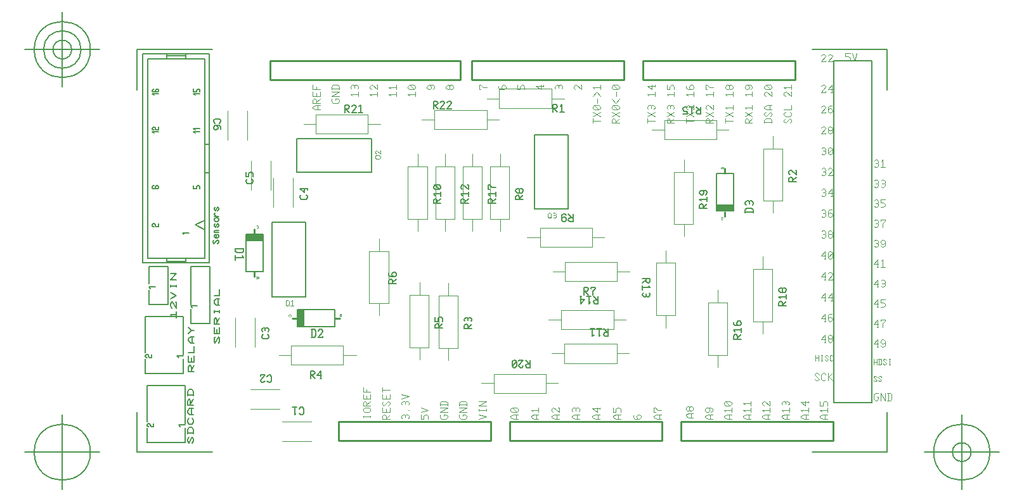
<source format=gbr>
G04 Generated by Ultiboard 14.0 *
%FSLAX34Y34*%
%MOMM*%

%ADD10C,0.0001*%
%ADD11C,0.0933*%
%ADD12C,0.0667*%
%ADD13C,0.1778*%
%ADD14C,0.2540*%
%ADD15C,0.1500*%
%ADD16C,0.2032*%
%ADD17C,0.1000*%
%ADD18C,0.0556*%
%ADD19C,0.1129*%
%ADD20C,0.2000*%
%ADD21C,0.1556*%
%ADD22C,0.1270*%


G04 ColorRGB FFFF00 for the following layer *
%LNSilkscreen Top*%
%LPD*%
G54D10*
G54D11*
X419668Y486448D02*
X419668Y484457D01*
X417668Y482466D01*
X415668Y482466D01*
X414668Y483461D01*
X413668Y482466D01*
X411668Y482466D01*
X409668Y484457D01*
X409668Y486448D01*
X411668Y488439D01*
X413668Y488439D01*
X414668Y487443D01*
X415668Y488439D01*
X417668Y488439D01*
X419668Y486448D01*
X414668Y483461D02*
X414668Y487443D01*
X392251Y482466D02*
X394251Y484457D01*
X394251Y486448D01*
X392251Y488439D01*
X388251Y488439D01*
X386251Y488439D01*
X384251Y486448D01*
X384251Y484457D01*
X386251Y482466D01*
X388251Y482466D01*
X390251Y484457D01*
X390251Y486448D01*
X388251Y488439D01*
X360833Y474501D02*
X358833Y476492D01*
X368833Y476492D01*
X368833Y473506D02*
X368833Y479479D01*
X360833Y482466D02*
X358833Y484457D01*
X358833Y486448D01*
X360833Y488439D01*
X366833Y488439D01*
X368833Y486448D01*
X368833Y484457D01*
X366833Y482466D01*
X360833Y482466D01*
X360833Y488439D02*
X366833Y482466D01*
X335415Y474501D02*
X333415Y476492D01*
X343415Y476492D01*
X343415Y473506D02*
X343415Y479479D01*
X335415Y483461D02*
X333415Y485452D01*
X343415Y485452D01*
X343415Y482466D02*
X343415Y488439D01*
X309997Y474501D02*
X307997Y476492D01*
X317997Y476492D01*
X317997Y473506D02*
X317997Y479479D01*
X309997Y482466D02*
X307997Y484457D01*
X307997Y486448D01*
X309997Y488439D01*
X310997Y488439D01*
X317997Y482466D01*
X317997Y488439D01*
X316997Y488439D01*
X284580Y474501D02*
X282580Y476492D01*
X292580Y476492D01*
X292580Y473506D02*
X292580Y479479D01*
X283580Y483461D02*
X282580Y484457D01*
X282580Y486448D01*
X284580Y488439D01*
X286580Y488439D01*
X287580Y487443D01*
X288580Y488439D01*
X290580Y488439D01*
X292580Y486448D01*
X292580Y484457D01*
X291580Y483461D01*
X287580Y484457D02*
X287580Y487443D01*
X262162Y468528D02*
X262162Y470519D01*
X265162Y470519D01*
X267162Y468528D01*
X267162Y466537D01*
X265162Y464546D01*
X259162Y464546D01*
X257162Y466537D01*
X257162Y470519D01*
X267162Y473506D02*
X257162Y473506D01*
X267162Y479479D01*
X257162Y479479D01*
X267162Y482466D02*
X267162Y486448D01*
X265162Y488439D01*
X259162Y488439D01*
X257162Y486448D01*
X257162Y482466D01*
X257162Y483461D02*
X267162Y483461D01*
X241744Y455586D02*
X235744Y455586D01*
X231744Y457577D01*
X231744Y459568D01*
X235744Y461559D01*
X241744Y461559D01*
X238744Y455586D02*
X238744Y461559D01*
X241744Y464546D02*
X231744Y464546D01*
X231744Y468528D01*
X233744Y470519D01*
X234744Y470519D01*
X236744Y468528D01*
X236744Y464546D01*
X236744Y465541D02*
X241744Y470519D01*
X241744Y479479D02*
X241744Y473506D01*
X236744Y473506D01*
X231744Y473506D01*
X231744Y479479D01*
X236744Y473506D02*
X236744Y477488D01*
X241744Y482466D02*
X231744Y482466D01*
X231744Y488439D01*
X236744Y482466D02*
X236744Y486448D01*
X464390Y485452D02*
X459390Y485452D01*
X456390Y488439D01*
X454390Y488439D01*
X454390Y482466D01*
X456390Y482466D01*
X688530Y440652D02*
X678530Y440652D01*
X678530Y437666D02*
X678530Y443639D01*
X678530Y446626D02*
X688530Y452599D01*
X688530Y446626D02*
X678530Y452599D01*
X679530Y456581D02*
X678530Y457577D01*
X678530Y459568D01*
X680530Y461559D01*
X682530Y461559D01*
X683530Y460563D01*
X684530Y461559D01*
X686530Y461559D01*
X688530Y459568D01*
X688530Y457577D01*
X687530Y456581D01*
X683530Y457577D02*
X683530Y460563D01*
X680530Y474501D02*
X678530Y476492D01*
X688530Y476492D01*
X688530Y473506D02*
X688530Y479479D01*
X684530Y488439D02*
X684530Y482466D01*
X678530Y487443D01*
X688530Y487443D01*
X688530Y486448D02*
X688530Y488439D01*
X479625Y487443D02*
X479625Y484457D01*
X481625Y482466D01*
X485625Y482466D01*
X487625Y482466D01*
X489625Y484457D01*
X489625Y486448D01*
X487625Y488439D01*
X485625Y488439D01*
X483625Y486448D01*
X483625Y484457D01*
X485625Y482466D01*
X504859Y488439D02*
X504859Y482466D01*
X508859Y482466D01*
X508859Y486448D01*
X510859Y488439D01*
X512859Y488439D01*
X514859Y486448D01*
X514859Y482466D01*
X536094Y488439D02*
X536094Y482466D01*
X530094Y487443D01*
X540094Y487443D01*
X540094Y486448D02*
X540094Y488439D01*
X556328Y483461D02*
X555328Y484457D01*
X555328Y486448D01*
X557328Y488439D01*
X559328Y488439D01*
X560328Y487443D01*
X561328Y488439D01*
X563328Y488439D01*
X565328Y486448D01*
X565328Y484457D01*
X564328Y483461D01*
X560328Y484457D02*
X560328Y487443D01*
X582563Y482466D02*
X580563Y484457D01*
X580563Y486448D01*
X582563Y488439D01*
X583563Y488439D01*
X590563Y482466D01*
X590563Y488439D01*
X589563Y488439D01*
X615797Y440652D02*
X605797Y440652D01*
X605797Y437666D02*
X605797Y443639D01*
X605797Y446626D02*
X615797Y452599D01*
X615797Y446626D02*
X605797Y452599D01*
X607797Y455586D02*
X605797Y457577D01*
X605797Y459568D01*
X607797Y461559D01*
X613797Y461559D01*
X615797Y459568D01*
X615797Y457577D01*
X613797Y455586D01*
X607797Y455586D01*
X607797Y461559D02*
X613797Y455586D01*
X611797Y464546D02*
X611797Y470519D01*
X615797Y473506D02*
X610797Y479479D01*
X605797Y473506D01*
X607797Y483461D02*
X605797Y485452D01*
X615797Y485452D01*
X615797Y482466D02*
X615797Y488439D01*
X641032Y437666D02*
X631032Y437666D01*
X631032Y441648D01*
X633032Y443639D01*
X634032Y443639D01*
X636032Y441648D01*
X636032Y437666D01*
X636032Y438661D02*
X641032Y443639D01*
X631032Y446626D02*
X641032Y452599D01*
X641032Y446626D02*
X631032Y452599D01*
X633032Y455586D02*
X631032Y457577D01*
X631032Y459568D01*
X633032Y461559D01*
X639032Y461559D01*
X641032Y459568D01*
X641032Y457577D01*
X639032Y455586D01*
X633032Y455586D01*
X633032Y461559D02*
X639032Y455586D01*
X631032Y470519D02*
X636032Y464546D01*
X641032Y470519D01*
X637032Y473506D02*
X637032Y479479D01*
X633032Y482466D02*
X631032Y484457D01*
X631032Y486448D01*
X633032Y488439D01*
X639032Y488439D01*
X641032Y486448D01*
X641032Y484457D01*
X639032Y482466D01*
X633032Y482466D01*
X633032Y488439D02*
X639032Y482466D01*
X714583Y437666D02*
X704583Y437666D01*
X704583Y441648D01*
X706583Y443639D01*
X707583Y443639D01*
X709583Y441648D01*
X709583Y437666D01*
X709583Y438661D02*
X714583Y443639D01*
X704583Y446626D02*
X714583Y452599D01*
X714583Y446626D02*
X704583Y452599D01*
X705583Y456581D02*
X704583Y457577D01*
X704583Y459568D01*
X706583Y461559D01*
X708583Y461559D01*
X709583Y460563D01*
X710583Y461559D01*
X712583Y461559D01*
X714583Y459568D01*
X714583Y457577D01*
X713583Y456581D01*
X709583Y457577D02*
X709583Y460563D01*
X706583Y474501D02*
X704583Y476492D01*
X714583Y476492D01*
X714583Y473506D02*
X714583Y479479D01*
X704583Y488439D02*
X704583Y482466D01*
X708583Y482466D01*
X708583Y486448D01*
X710583Y488439D01*
X712583Y488439D01*
X714583Y486448D01*
X714583Y482466D01*
X740636Y440652D02*
X730636Y440652D01*
X730636Y437666D02*
X730636Y443639D01*
X730636Y446626D02*
X740636Y452599D01*
X740636Y446626D02*
X730636Y452599D01*
X732636Y455586D02*
X730636Y457577D01*
X730636Y459568D01*
X732636Y461559D01*
X733636Y461559D01*
X740636Y455586D01*
X740636Y461559D01*
X739636Y461559D01*
X732636Y474501D02*
X730636Y476492D01*
X740636Y476492D01*
X740636Y473506D02*
X740636Y479479D01*
X730636Y487443D02*
X730636Y484457D01*
X732636Y482466D01*
X736636Y482466D01*
X738636Y482466D01*
X740636Y484457D01*
X740636Y486448D01*
X738636Y488439D01*
X736636Y488439D01*
X734636Y486448D01*
X734636Y484457D01*
X736636Y482466D01*
X766689Y437666D02*
X756689Y437666D01*
X756689Y441648D01*
X758689Y443639D01*
X759689Y443639D01*
X761689Y441648D01*
X761689Y437666D01*
X761689Y438661D02*
X766689Y443639D01*
X756689Y446626D02*
X766689Y452599D01*
X766689Y446626D02*
X756689Y452599D01*
X758689Y455586D02*
X756689Y457577D01*
X756689Y459568D01*
X758689Y461559D01*
X759689Y461559D01*
X766689Y455586D01*
X766689Y461559D01*
X765689Y461559D01*
X758689Y474501D02*
X756689Y476492D01*
X766689Y476492D01*
X766689Y473506D02*
X766689Y479479D01*
X766689Y485452D02*
X761689Y485452D01*
X758689Y488439D01*
X756689Y488439D01*
X756689Y482466D01*
X758689Y482466D01*
X792743Y440652D02*
X782743Y440652D01*
X782743Y437666D02*
X782743Y443639D01*
X782743Y446626D02*
X792743Y452599D01*
X792743Y446626D02*
X782743Y452599D01*
X784743Y456581D02*
X782743Y458572D01*
X792743Y458572D01*
X792743Y455586D02*
X792743Y461559D01*
X784743Y474501D02*
X782743Y476492D01*
X792743Y476492D01*
X792743Y473506D02*
X792743Y479479D01*
X792743Y486448D02*
X792743Y484457D01*
X790743Y482466D01*
X788743Y482466D01*
X787743Y483461D01*
X786743Y482466D01*
X784743Y482466D01*
X782743Y484457D01*
X782743Y486448D01*
X784743Y488439D01*
X786743Y488439D01*
X787743Y487443D01*
X788743Y488439D01*
X790743Y488439D01*
X792743Y486448D01*
X787743Y483461D02*
X787743Y487443D01*
X818796Y437666D02*
X808796Y437666D01*
X808796Y441648D01*
X810796Y443639D01*
X811796Y443639D01*
X813796Y441648D01*
X813796Y437666D01*
X813796Y438661D02*
X818796Y443639D01*
X808796Y446626D02*
X818796Y452599D01*
X818796Y446626D02*
X808796Y452599D01*
X810796Y456581D02*
X808796Y458572D01*
X818796Y458572D01*
X818796Y455586D02*
X818796Y461559D01*
X810796Y474501D02*
X808796Y476492D01*
X818796Y476492D01*
X818796Y473506D02*
X818796Y479479D01*
X816796Y482466D02*
X818796Y484457D01*
X818796Y486448D01*
X816796Y488439D01*
X812796Y488439D01*
X810796Y488439D01*
X808796Y486448D01*
X808796Y484457D01*
X810796Y482466D01*
X812796Y482466D01*
X814796Y484457D01*
X814796Y486448D01*
X812796Y488439D01*
X844849Y437666D02*
X844849Y441648D01*
X842849Y443639D01*
X836849Y443639D01*
X834849Y441648D01*
X834849Y437666D01*
X834849Y438661D02*
X844849Y438661D01*
X842849Y446626D02*
X844849Y448617D01*
X844849Y450608D01*
X842849Y452599D01*
X836849Y446626D01*
X834849Y448617D01*
X834849Y450608D01*
X836849Y452599D01*
X844849Y455586D02*
X838849Y455586D01*
X834849Y457577D01*
X834849Y459568D01*
X838849Y461559D01*
X844849Y461559D01*
X841849Y455586D02*
X841849Y461559D01*
X836849Y473506D02*
X834849Y475497D01*
X834849Y477488D01*
X836849Y479479D01*
X837849Y479479D01*
X844849Y473506D01*
X844849Y479479D01*
X843849Y479479D01*
X836849Y482466D02*
X834849Y484457D01*
X834849Y486448D01*
X836849Y488439D01*
X842849Y488439D01*
X844849Y486448D01*
X844849Y484457D01*
X842849Y482466D01*
X836849Y482466D01*
X836849Y488439D02*
X842849Y482466D01*
X949239Y531018D02*
X943266Y531018D01*
X943266Y527018D01*
X947248Y527018D01*
X949239Y525018D01*
X949239Y523018D01*
X947248Y521018D01*
X943266Y521018D01*
X952226Y531018D02*
X955212Y521018D01*
X958199Y531018D01*
X910750Y527837D02*
X912741Y529837D01*
X914732Y529837D01*
X916724Y527837D01*
X916724Y526837D01*
X910750Y519837D01*
X916724Y519837D01*
X916724Y520837D01*
X919710Y527837D02*
X921701Y529837D01*
X923692Y529837D01*
X925684Y527837D01*
X925684Y526837D01*
X919710Y519837D01*
X925684Y519837D01*
X925684Y520837D01*
X868902Y437666D02*
X870902Y439657D01*
X870902Y441648D01*
X868902Y443639D01*
X862902Y437666D01*
X860902Y439657D01*
X860902Y441648D01*
X862902Y443639D01*
X868902Y452599D02*
X870902Y450608D01*
X870902Y448617D01*
X868902Y446626D01*
X862902Y446626D01*
X860902Y448617D01*
X860902Y450608D01*
X862902Y452599D01*
X860902Y455586D02*
X870902Y455586D01*
X870902Y461559D01*
X862902Y473506D02*
X860902Y475497D01*
X860902Y477488D01*
X862902Y479479D01*
X863902Y479479D01*
X870902Y473506D01*
X870902Y479479D01*
X869902Y479479D01*
X862902Y483461D02*
X860902Y485452D01*
X870902Y485452D01*
X870902Y482466D02*
X870902Y488439D01*
X901864Y95140D02*
X903855Y93140D01*
X905846Y93140D01*
X907837Y95140D01*
X901864Y101140D01*
X903855Y103140D01*
X905846Y103140D01*
X907837Y101140D01*
X916797Y95140D02*
X914806Y93140D01*
X912815Y93140D01*
X910824Y95140D01*
X910824Y101140D01*
X912815Y103140D01*
X914806Y103140D01*
X916797Y101140D01*
X919784Y93140D02*
X919784Y103140D01*
X919784Y98140D02*
X920779Y98140D01*
X925757Y103140D01*
X920779Y98140D02*
X925757Y93140D01*
X916797Y148601D02*
X910824Y148601D01*
X915801Y154601D01*
X915801Y144601D01*
X914806Y144601D02*
X916797Y144601D01*
X923766Y144601D02*
X921775Y144601D01*
X919784Y146601D01*
X919784Y148601D01*
X920779Y149601D01*
X919784Y150601D01*
X919784Y152601D01*
X921775Y154601D01*
X923766Y154601D01*
X925757Y152601D01*
X925757Y150601D01*
X924761Y149601D01*
X925757Y148601D01*
X925757Y146601D01*
X923766Y144601D01*
X920779Y149601D02*
X924761Y149601D01*
X916797Y176465D02*
X910824Y176465D01*
X915801Y182465D01*
X915801Y172465D01*
X914806Y172465D02*
X916797Y172465D01*
X924761Y182465D02*
X921775Y182465D01*
X919784Y180465D01*
X919784Y176465D01*
X919784Y174465D01*
X921775Y172465D01*
X923766Y172465D01*
X925757Y174465D01*
X925757Y176465D01*
X923766Y178465D01*
X921775Y178465D01*
X919784Y176465D01*
X916797Y204328D02*
X910824Y204328D01*
X915801Y210328D01*
X915801Y200328D01*
X914806Y200328D02*
X916797Y200328D01*
X925757Y204328D02*
X919784Y204328D01*
X924761Y210328D01*
X924761Y200328D01*
X923766Y200328D02*
X925757Y200328D01*
X916797Y232192D02*
X910824Y232192D01*
X915801Y238192D01*
X915801Y228192D01*
X914806Y228192D02*
X916797Y228192D01*
X919784Y236192D02*
X921775Y238192D01*
X923766Y238192D01*
X925757Y236192D01*
X925757Y235192D01*
X919784Y228192D01*
X925757Y228192D01*
X925757Y229192D01*
X916797Y260056D02*
X910824Y260056D01*
X915801Y266056D01*
X915801Y256056D01*
X914806Y256056D02*
X916797Y256056D01*
X919784Y264056D02*
X921775Y266056D01*
X923766Y266056D01*
X925757Y264056D01*
X925757Y258056D01*
X923766Y256056D01*
X921775Y256056D01*
X919784Y258056D01*
X919784Y264056D01*
X925757Y264056D02*
X919784Y258056D01*
X911819Y292920D02*
X912815Y293920D01*
X914806Y293920D01*
X916797Y291920D01*
X916797Y289920D01*
X915801Y288920D01*
X916797Y287920D01*
X916797Y285920D01*
X914806Y283920D01*
X912815Y283920D01*
X911819Y284920D01*
X912815Y288920D02*
X915801Y288920D01*
X923766Y283920D02*
X921775Y283920D01*
X919784Y285920D01*
X919784Y287920D01*
X920779Y288920D01*
X919784Y289920D01*
X919784Y291920D01*
X921775Y293920D01*
X923766Y293920D01*
X925757Y291920D01*
X925757Y289920D01*
X924761Y288920D01*
X925757Y287920D01*
X925757Y285920D01*
X923766Y283920D01*
X920779Y288920D02*
X924761Y288920D01*
X911819Y320783D02*
X912815Y321783D01*
X914806Y321783D01*
X916797Y319783D01*
X916797Y317783D01*
X915801Y316783D01*
X916797Y315783D01*
X916797Y313783D01*
X914806Y311783D01*
X912815Y311783D01*
X911819Y312783D01*
X912815Y316783D02*
X915801Y316783D01*
X924761Y321783D02*
X921775Y321783D01*
X919784Y319783D01*
X919784Y315783D01*
X919784Y313783D01*
X921775Y311783D01*
X923766Y311783D01*
X925757Y313783D01*
X925757Y315783D01*
X923766Y317783D01*
X921775Y317783D01*
X919784Y315783D01*
X911819Y348647D02*
X912815Y349647D01*
X914806Y349647D01*
X916797Y347647D01*
X916797Y345647D01*
X915801Y344647D01*
X916797Y343647D01*
X916797Y341647D01*
X914806Y339647D01*
X912815Y339647D01*
X911819Y340647D01*
X912815Y344647D02*
X915801Y344647D01*
X925757Y343647D02*
X919784Y343647D01*
X924761Y349647D01*
X924761Y339647D01*
X923766Y339647D02*
X925757Y339647D01*
X911819Y376511D02*
X912815Y377511D01*
X914806Y377511D01*
X916797Y375511D01*
X916797Y373511D01*
X915801Y372511D01*
X916797Y371511D01*
X916797Y369511D01*
X914806Y367511D01*
X912815Y367511D01*
X911819Y368511D01*
X912815Y372511D02*
X915801Y372511D01*
X919784Y375511D02*
X921775Y377511D01*
X923766Y377511D01*
X925757Y375511D01*
X925757Y374511D01*
X919784Y367511D01*
X925757Y367511D01*
X925757Y368511D01*
X911819Y404375D02*
X912815Y405375D01*
X914806Y405375D01*
X916797Y403375D01*
X916797Y401375D01*
X915801Y400375D01*
X916797Y399375D01*
X916797Y397375D01*
X914806Y395375D01*
X912815Y395375D01*
X911819Y396375D01*
X912815Y400375D02*
X915801Y400375D01*
X919784Y403375D02*
X921775Y405375D01*
X923766Y405375D01*
X925757Y403375D01*
X925757Y397375D01*
X923766Y395375D01*
X921775Y395375D01*
X919784Y397375D01*
X919784Y403375D01*
X925757Y403375D02*
X919784Y397375D01*
X910824Y431238D02*
X912815Y433238D01*
X914806Y433238D01*
X916797Y431238D01*
X916797Y430238D01*
X910824Y423238D01*
X916797Y423238D01*
X916797Y424238D01*
X923766Y423238D02*
X921775Y423238D01*
X919784Y425238D01*
X919784Y427238D01*
X920779Y428238D01*
X919784Y429238D01*
X919784Y431238D01*
X921775Y433238D01*
X923766Y433238D01*
X925757Y431238D01*
X925757Y429238D01*
X924761Y428238D01*
X925757Y427238D01*
X925757Y425238D01*
X923766Y423238D01*
X920779Y428238D02*
X924761Y428238D01*
X910824Y459102D02*
X912815Y461102D01*
X914806Y461102D01*
X916797Y459102D01*
X916797Y458102D01*
X910824Y451102D01*
X916797Y451102D01*
X916797Y452102D01*
X924761Y461102D02*
X921775Y461102D01*
X919784Y459102D01*
X919784Y455102D01*
X919784Y453102D01*
X921775Y451102D01*
X923766Y451102D01*
X925757Y453102D01*
X925757Y455102D01*
X923766Y457102D01*
X921775Y457102D01*
X919784Y455102D01*
X910824Y486966D02*
X912815Y488966D01*
X914806Y488966D01*
X916797Y486966D01*
X916797Y485966D01*
X910824Y478966D01*
X916797Y478966D01*
X916797Y479966D01*
X925757Y482966D02*
X919784Y482966D01*
X924761Y488966D01*
X924761Y478966D01*
X923766Y478966D02*
X925757Y478966D01*
X982107Y387524D02*
X983103Y388524D01*
X985094Y388524D01*
X987085Y386524D01*
X987085Y384524D01*
X986089Y383524D01*
X987085Y382524D01*
X987085Y380524D01*
X985094Y378524D01*
X983103Y378524D01*
X982107Y379524D01*
X983103Y383524D02*
X986089Y383524D01*
X991067Y386524D02*
X993058Y388524D01*
X993058Y378524D01*
X990072Y378524D02*
X996045Y378524D01*
X985094Y71612D02*
X987085Y71612D01*
X987085Y68612D01*
X985094Y66612D01*
X983103Y66612D01*
X981112Y68612D01*
X981112Y74612D01*
X983103Y76612D01*
X987085Y76612D01*
X990072Y66612D02*
X990072Y76612D01*
X996045Y66612D01*
X996045Y76612D01*
X999032Y66612D02*
X1003014Y66612D01*
X1005005Y68612D01*
X1005005Y74612D01*
X1003014Y76612D01*
X999032Y76612D01*
X1000027Y76612D02*
X1000027Y66612D01*
X987085Y142190D02*
X981112Y142190D01*
X986089Y148190D01*
X986089Y138190D01*
X985094Y138190D02*
X987085Y138190D01*
X990072Y140190D02*
X992063Y138190D01*
X994054Y138190D01*
X996045Y140190D01*
X996045Y144190D01*
X996045Y146190D01*
X994054Y148190D01*
X992063Y148190D01*
X990072Y146190D01*
X990072Y144190D01*
X992063Y142190D01*
X994054Y142190D01*
X996045Y144190D01*
X987085Y168894D02*
X981112Y168894D01*
X986089Y174894D01*
X986089Y164894D01*
X985094Y164894D02*
X987085Y164894D01*
X993058Y164894D02*
X993058Y169894D01*
X996045Y172894D01*
X996045Y174894D01*
X990072Y174894D01*
X990072Y172894D01*
X987085Y195598D02*
X981112Y195598D01*
X986089Y201598D01*
X986089Y191598D01*
X985094Y191598D02*
X987085Y191598D01*
X996045Y201598D02*
X990072Y201598D01*
X990072Y197598D01*
X994054Y197598D01*
X996045Y195598D01*
X996045Y193598D01*
X994054Y191598D01*
X990072Y191598D01*
X987085Y222301D02*
X981112Y222301D01*
X986089Y228301D01*
X986089Y218301D01*
X985094Y218301D02*
X987085Y218301D01*
X991067Y227301D02*
X992063Y228301D01*
X994054Y228301D01*
X996045Y226301D01*
X996045Y224301D01*
X995049Y223301D01*
X996045Y222301D01*
X996045Y220301D01*
X994054Y218301D01*
X992063Y218301D01*
X991067Y219301D01*
X992063Y223301D02*
X995049Y223301D01*
X987085Y249005D02*
X981112Y249005D01*
X986089Y255005D01*
X986089Y245005D01*
X985094Y245005D02*
X987085Y245005D01*
X991067Y253005D02*
X993058Y255005D01*
X993058Y245005D01*
X990072Y245005D02*
X996045Y245005D01*
X982107Y280709D02*
X983103Y281709D01*
X985094Y281709D01*
X987085Y279709D01*
X987085Y277709D01*
X986089Y276709D01*
X987085Y275709D01*
X987085Y273709D01*
X985094Y271709D01*
X983103Y271709D01*
X982107Y272709D01*
X983103Y276709D02*
X986089Y276709D01*
X990072Y273709D02*
X992063Y271709D01*
X994054Y271709D01*
X996045Y273709D01*
X996045Y277709D01*
X996045Y279709D01*
X994054Y281709D01*
X992063Y281709D01*
X990072Y279709D01*
X990072Y277709D01*
X992063Y275709D01*
X994054Y275709D01*
X996045Y277709D01*
X982107Y307413D02*
X983103Y308413D01*
X985094Y308413D01*
X987085Y306413D01*
X987085Y304413D01*
X986089Y303413D01*
X987085Y302413D01*
X987085Y300413D01*
X985094Y298413D01*
X983103Y298413D01*
X982107Y299413D01*
X983103Y303413D02*
X986089Y303413D01*
X993058Y298413D02*
X993058Y303413D01*
X996045Y306413D01*
X996045Y308413D01*
X990072Y308413D01*
X990072Y306413D01*
X982107Y334116D02*
X983103Y335116D01*
X985094Y335116D01*
X987085Y333116D01*
X987085Y331116D01*
X986089Y330116D01*
X987085Y329116D01*
X987085Y327116D01*
X985094Y325116D01*
X983103Y325116D01*
X982107Y326116D01*
X983103Y330116D02*
X986089Y330116D01*
X996045Y335116D02*
X990072Y335116D01*
X990072Y331116D01*
X994054Y331116D01*
X996045Y329116D01*
X996045Y327116D01*
X994054Y325116D01*
X990072Y325116D01*
X982107Y360820D02*
X983103Y361820D01*
X985094Y361820D01*
X987085Y359820D01*
X987085Y357820D01*
X986089Y356820D01*
X987085Y355820D01*
X987085Y353820D01*
X985094Y351820D01*
X983103Y351820D01*
X982107Y352820D01*
X983103Y356820D02*
X986089Y356820D01*
X991067Y360820D02*
X992063Y361820D01*
X994054Y361820D01*
X996045Y359820D01*
X996045Y357820D01*
X995049Y356820D01*
X996045Y355820D01*
X996045Y353820D01*
X994054Y351820D01*
X992063Y351820D01*
X991067Y352820D01*
X992063Y356820D02*
X995049Y356820D01*
X309054Y43925D02*
X309054Y45916D01*
X299054Y43925D02*
X299054Y45916D01*
X309054Y44920D02*
X299054Y44920D01*
X307054Y50894D02*
X309054Y52885D01*
X309054Y54876D01*
X307054Y56867D01*
X301054Y56867D01*
X299054Y54876D01*
X299054Y52885D01*
X301054Y50894D01*
X307054Y50894D01*
X309054Y59854D02*
X299054Y59854D01*
X299054Y63836D01*
X301054Y65827D01*
X302054Y65827D01*
X304054Y63836D01*
X304054Y59854D01*
X304054Y60849D02*
X309054Y65827D01*
X309054Y74787D02*
X309054Y68814D01*
X304054Y68814D01*
X299054Y68814D01*
X299054Y74787D01*
X304054Y68814D02*
X304054Y72796D01*
X309054Y77774D02*
X299054Y77774D01*
X299054Y83747D01*
X304054Y77774D02*
X304054Y81756D01*
X506046Y41934D02*
X500046Y41934D01*
X496046Y43925D01*
X496046Y45916D01*
X500046Y47907D01*
X506046Y47907D01*
X503046Y41934D02*
X503046Y47907D01*
X498046Y50894D02*
X496046Y52885D01*
X496046Y54876D01*
X498046Y56867D01*
X504046Y56867D01*
X506046Y54876D01*
X506046Y52885D01*
X504046Y50894D01*
X498046Y50894D01*
X498046Y56867D02*
X504046Y50894D01*
X739980Y43782D02*
X733980Y43782D01*
X729980Y45773D01*
X729980Y47764D01*
X733980Y49755D01*
X739980Y49755D01*
X736980Y43782D02*
X736980Y49755D01*
X739980Y56724D02*
X739980Y54733D01*
X737980Y52742D01*
X735980Y52742D01*
X734980Y53737D01*
X733980Y52742D01*
X731980Y52742D01*
X729980Y54733D01*
X729980Y56724D01*
X731980Y58715D01*
X733980Y58715D01*
X734980Y57719D01*
X735980Y58715D01*
X737980Y58715D01*
X739980Y56724D01*
X734980Y53737D02*
X734980Y57719D01*
X765577Y41934D02*
X759577Y41934D01*
X755577Y43925D01*
X755577Y45916D01*
X759577Y47907D01*
X765577Y47907D01*
X762577Y41934D02*
X762577Y47907D01*
X763577Y50894D02*
X765577Y52885D01*
X765577Y54876D01*
X763577Y56867D01*
X759577Y56867D01*
X757577Y56867D01*
X755577Y54876D01*
X755577Y52885D01*
X757577Y50894D01*
X759577Y50894D01*
X761577Y52885D01*
X761577Y54876D01*
X759577Y56867D01*
X791175Y41934D02*
X785175Y41934D01*
X781175Y43925D01*
X781175Y45916D01*
X785175Y47907D01*
X791175Y47907D01*
X788175Y41934D02*
X788175Y47907D01*
X783175Y51889D02*
X781175Y53880D01*
X791175Y53880D01*
X791175Y50894D02*
X791175Y56867D01*
X783175Y59854D02*
X781175Y61845D01*
X781175Y63836D01*
X783175Y65827D01*
X789175Y65827D01*
X791175Y63836D01*
X791175Y61845D01*
X789175Y59854D01*
X783175Y59854D01*
X783175Y65827D02*
X789175Y59854D01*
X816772Y41934D02*
X810772Y41934D01*
X806772Y43925D01*
X806772Y45916D01*
X810772Y47907D01*
X816772Y47907D01*
X813772Y41934D02*
X813772Y47907D01*
X808772Y51889D02*
X806772Y53880D01*
X816772Y53880D01*
X816772Y50894D02*
X816772Y56867D01*
X808772Y60849D02*
X806772Y62840D01*
X816772Y62840D01*
X816772Y59854D02*
X816772Y65827D01*
X842370Y41934D02*
X836370Y41934D01*
X832370Y43925D01*
X832370Y45916D01*
X836370Y47907D01*
X842370Y47907D01*
X839370Y41934D02*
X839370Y47907D01*
X834370Y51889D02*
X832370Y53880D01*
X842370Y53880D01*
X842370Y50894D02*
X842370Y56867D01*
X834370Y59854D02*
X832370Y61845D01*
X832370Y63836D01*
X834370Y65827D01*
X835370Y65827D01*
X842370Y59854D01*
X842370Y65827D01*
X841370Y65827D01*
X867967Y41934D02*
X861967Y41934D01*
X857967Y43925D01*
X857967Y45916D01*
X861967Y47907D01*
X867967Y47907D01*
X864967Y41934D02*
X864967Y47907D01*
X859967Y51889D02*
X857967Y53880D01*
X867967Y53880D01*
X867967Y50894D02*
X867967Y56867D01*
X858967Y60849D02*
X857967Y61845D01*
X857967Y63836D01*
X859967Y65827D01*
X861967Y65827D01*
X862967Y64831D01*
X863967Y65827D01*
X865967Y65827D01*
X867967Y63836D01*
X867967Y61845D01*
X866967Y60849D01*
X862967Y61845D02*
X862967Y64831D01*
X893565Y41934D02*
X887565Y41934D01*
X883565Y43925D01*
X883565Y45916D01*
X887565Y47907D01*
X893565Y47907D01*
X890565Y41934D02*
X890565Y47907D01*
X885565Y51889D02*
X883565Y53880D01*
X893565Y53880D01*
X893565Y50894D02*
X893565Y56867D01*
X889565Y65827D02*
X889565Y59854D01*
X883565Y64831D01*
X893565Y64831D01*
X893565Y63836D02*
X893565Y65827D01*
X919162Y41934D02*
X913162Y41934D01*
X909162Y43925D01*
X909162Y45916D01*
X913162Y47907D01*
X919162Y47907D01*
X916162Y41934D02*
X916162Y47907D01*
X911162Y51889D02*
X909162Y53880D01*
X919162Y53880D01*
X919162Y50894D02*
X919162Y56867D01*
X909162Y65827D02*
X909162Y59854D01*
X913162Y59854D01*
X913162Y63836D01*
X915162Y65827D01*
X917162Y65827D01*
X919162Y63836D01*
X919162Y59854D01*
X533385Y41934D02*
X527385Y41934D01*
X523385Y43925D01*
X523385Y45916D01*
X527385Y47907D01*
X533385Y47907D01*
X530385Y41934D02*
X530385Y47907D01*
X525385Y51889D02*
X523385Y53880D01*
X533385Y53880D01*
X533385Y50894D02*
X533385Y56867D01*
X560724Y41934D02*
X554724Y41934D01*
X550724Y43925D01*
X550724Y45916D01*
X554724Y47907D01*
X560724Y47907D01*
X557724Y41934D02*
X557724Y47907D01*
X552724Y50894D02*
X550724Y52885D01*
X550724Y54876D01*
X552724Y56867D01*
X553724Y56867D01*
X560724Y50894D01*
X560724Y56867D01*
X559724Y56867D01*
X588063Y41934D02*
X582063Y41934D01*
X578063Y43925D01*
X578063Y45916D01*
X582063Y47907D01*
X588063Y47907D01*
X585063Y41934D02*
X585063Y47907D01*
X579063Y51889D02*
X578063Y52885D01*
X578063Y54876D01*
X580063Y56867D01*
X582063Y56867D01*
X583063Y55871D01*
X584063Y56867D01*
X586063Y56867D01*
X588063Y54876D01*
X588063Y52885D01*
X587063Y51889D01*
X583063Y52885D02*
X583063Y55871D01*
X615403Y41934D02*
X609403Y41934D01*
X605403Y43925D01*
X605403Y45916D01*
X609403Y47907D01*
X615403Y47907D01*
X612403Y41934D02*
X612403Y47907D01*
X611403Y56867D02*
X611403Y50894D01*
X605403Y55871D01*
X615403Y55871D01*
X615403Y54876D02*
X615403Y56867D01*
X642742Y41934D02*
X636742Y41934D01*
X632742Y43925D01*
X632742Y45916D01*
X636742Y47907D01*
X642742Y47907D01*
X639742Y41934D02*
X639742Y47907D01*
X632742Y56867D02*
X632742Y50894D01*
X636742Y50894D01*
X636742Y54876D01*
X638742Y56867D01*
X640742Y56867D01*
X642742Y54876D01*
X642742Y50894D01*
X660081Y46911D02*
X660081Y43925D01*
X662081Y41934D01*
X666081Y41934D01*
X668081Y41934D01*
X670081Y43925D01*
X670081Y45916D01*
X668081Y47907D01*
X666081Y47907D01*
X664081Y45916D01*
X664081Y43925D01*
X666081Y41934D01*
X697420Y41934D02*
X691420Y41934D01*
X687420Y43925D01*
X687420Y45916D01*
X691420Y47907D01*
X697420Y47907D01*
X694420Y41934D02*
X694420Y47907D01*
X697420Y53880D02*
X692420Y53880D01*
X689420Y56867D01*
X687420Y56867D01*
X687420Y50894D01*
X689420Y50894D01*
X334750Y41934D02*
X324750Y41934D01*
X324750Y45916D01*
X326750Y47907D01*
X327750Y47907D01*
X329750Y45916D01*
X329750Y41934D01*
X329750Y42929D02*
X334750Y47907D01*
X334750Y56867D02*
X334750Y50894D01*
X329750Y50894D01*
X324750Y50894D01*
X324750Y56867D01*
X329750Y50894D02*
X329750Y54876D01*
X332750Y59854D02*
X334750Y61845D01*
X334750Y63836D01*
X332750Y65827D01*
X326750Y59854D01*
X324750Y61845D01*
X324750Y63836D01*
X326750Y65827D01*
X334750Y74787D02*
X334750Y68814D01*
X329750Y68814D01*
X324750Y68814D01*
X324750Y74787D01*
X329750Y68814D02*
X329750Y72796D01*
X334750Y80760D02*
X324750Y80760D01*
X324750Y77774D02*
X324750Y83747D01*
X351447Y42929D02*
X350447Y43925D01*
X350447Y45916D01*
X352447Y47907D01*
X354447Y47907D01*
X355447Y46911D01*
X356447Y47907D01*
X358447Y47907D01*
X360447Y45916D01*
X360447Y43925D01*
X359447Y42929D01*
X355447Y43925D02*
X355447Y46911D01*
X360447Y53880D02*
X359447Y53880D01*
X351447Y60849D02*
X350447Y61845D01*
X350447Y63836D01*
X352447Y65827D01*
X354447Y65827D01*
X355447Y64831D01*
X356447Y65827D01*
X358447Y65827D01*
X360447Y63836D01*
X360447Y61845D01*
X359447Y60849D01*
X355447Y61845D02*
X355447Y64831D01*
X350447Y68814D02*
X360447Y71800D01*
X350447Y74787D01*
X376143Y47907D02*
X376143Y41934D01*
X380143Y41934D01*
X380143Y45916D01*
X382143Y47907D01*
X384143Y47907D01*
X386143Y45916D01*
X386143Y41934D01*
X376143Y50894D02*
X386143Y53880D01*
X376143Y56867D01*
X406839Y45916D02*
X406839Y47907D01*
X409839Y47907D01*
X411839Y45916D01*
X411839Y43925D01*
X409839Y41934D01*
X403839Y41934D01*
X401839Y43925D01*
X401839Y47907D01*
X411839Y50894D02*
X401839Y50894D01*
X411839Y56867D01*
X401839Y56867D01*
X411839Y59854D02*
X411839Y63836D01*
X409839Y65827D01*
X403839Y65827D01*
X401839Y63836D01*
X401839Y59854D01*
X401839Y60849D02*
X411839Y60849D01*
X432536Y45916D02*
X432536Y47907D01*
X435536Y47907D01*
X437536Y45916D01*
X437536Y43925D01*
X435536Y41934D01*
X429536Y41934D01*
X427536Y43925D01*
X427536Y47907D01*
X437536Y50894D02*
X427536Y50894D01*
X437536Y56867D01*
X427536Y56867D01*
X437536Y59854D02*
X437536Y63836D01*
X435536Y65827D01*
X429536Y65827D01*
X427536Y63836D01*
X427536Y59854D01*
X427536Y60849D02*
X437536Y60849D01*
X453232Y41934D02*
X463232Y44920D01*
X453232Y47907D01*
X463232Y52885D02*
X463232Y54876D01*
X453232Y52885D02*
X453232Y54876D01*
X463232Y53880D02*
X453232Y53880D01*
X463232Y59854D02*
X453232Y59854D01*
X463232Y65827D01*
X453232Y65827D01*
G54D12*
X902992Y120013D02*
X902992Y127156D01*
X907259Y120013D02*
X907259Y127156D01*
X902992Y123585D02*
X907259Y123585D01*
X910815Y120013D02*
X912237Y120013D01*
X910815Y127156D02*
X912237Y127156D01*
X911526Y120013D02*
X911526Y127156D01*
X915792Y121442D02*
X917215Y120013D01*
X918637Y120013D01*
X920059Y121442D01*
X915792Y125728D01*
X917215Y127156D01*
X918637Y127156D01*
X920059Y125728D01*
X922192Y121442D02*
X923615Y120013D01*
X925037Y120013D01*
X926459Y121442D01*
X926459Y125728D01*
X925037Y127156D01*
X923615Y127156D01*
X922192Y125728D01*
X922192Y121442D01*
X980694Y93754D02*
X982116Y92325D01*
X983538Y92325D01*
X984960Y93754D01*
X980694Y98040D01*
X982116Y99468D01*
X983538Y99468D01*
X984960Y98040D01*
X987094Y93754D02*
X988516Y92325D01*
X989938Y92325D01*
X991360Y93754D01*
X987094Y98040D01*
X988516Y99468D01*
X989938Y99468D01*
X991360Y98040D01*
X980694Y114762D02*
X980694Y121905D01*
X984960Y114762D02*
X984960Y121905D01*
X980694Y118334D02*
X984960Y118334D01*
X987094Y114762D02*
X989938Y114762D01*
X991360Y116191D01*
X991360Y120477D01*
X989938Y121905D01*
X987094Y121905D01*
X987805Y121905D02*
X987805Y114762D01*
X993494Y116191D02*
X994916Y114762D01*
X996338Y114762D01*
X997760Y116191D01*
X993494Y120477D01*
X994916Y121905D01*
X996338Y121905D01*
X997760Y120477D01*
X1001316Y114762D02*
X1002738Y114762D01*
X1001316Y121905D02*
X1002738Y121905D01*
X1002027Y114762D02*
X1002027Y121905D01*
G54D13*
X978154Y520954D02*
X927354Y520954D01*
X927354Y63754D01*
X978154Y63754D01*
X978154Y520954D01*
G54D14*
X175260Y520700D02*
X429260Y520700D01*
X429260Y495300D01*
X175260Y495300D01*
X175260Y520700D01*
X647700Y495300D02*
X444500Y495300D01*
X444500Y520700D01*
X647700Y520700D01*
X647700Y495300D01*
X876300Y495300D02*
X673100Y495300D01*
X673100Y520700D01*
X876300Y520700D01*
X876300Y495300D01*
X266700Y38100D02*
X469900Y38100D01*
X469900Y12700D01*
X266700Y12700D01*
X266700Y38100D01*
X495300Y38608D02*
X698500Y38608D01*
X698500Y13208D01*
X495300Y13208D01*
X495300Y38608D01*
X723900Y38100D02*
X927100Y38100D01*
X927100Y12700D01*
X723900Y12700D01*
X723900Y38100D01*
X154042Y289902D02*
X154042Y295902D01*
X154042Y231902D02*
X154042Y238402D01*
X782320Y318982D02*
X782320Y312982D01*
X782320Y376982D02*
X782320Y370482D01*
X210270Y176530D02*
X204270Y176530D01*
X268270Y176530D02*
X261770Y176530D01*
G54D15*
X128731Y270537D02*
X128731Y266270D01*
X130873Y264137D01*
X137302Y264137D01*
X139445Y266270D01*
X139445Y270537D01*
X139445Y269470D02*
X128731Y269470D01*
X137302Y259870D02*
X139445Y257737D01*
X128731Y257737D01*
X128731Y260937D02*
X128731Y254537D01*
X820024Y317575D02*
X820024Y321841D01*
X817881Y323975D01*
X811452Y323975D01*
X809309Y321841D01*
X809309Y317575D01*
X809309Y318641D02*
X820024Y318641D01*
X810381Y328241D02*
X809309Y329308D01*
X809309Y331441D01*
X811452Y333575D01*
X813595Y333575D01*
X814667Y332508D01*
X815738Y333575D01*
X817881Y333575D01*
X820024Y331441D01*
X820024Y329308D01*
X818952Y328241D01*
X814667Y329308D02*
X814667Y332508D01*
X229635Y151219D02*
X233902Y151219D01*
X236035Y153361D01*
X236035Y159790D01*
X233902Y161933D01*
X229635Y161933D01*
X230702Y161933D02*
X230702Y151219D01*
X239235Y159790D02*
X241368Y161933D01*
X243502Y161933D01*
X245635Y159790D01*
X245635Y158719D01*
X239235Y151219D01*
X245635Y151219D01*
X245635Y152290D01*
G54D16*
X165542Y288902D02*
X142542Y288902D01*
X142542Y238902D02*
X165542Y238902D01*
X142542Y288902D02*
X142542Y238902D01*
X165542Y238902D02*
X165542Y288902D01*
X877582Y359526D02*
X867582Y359526D01*
X867582Y363508D01*
X869582Y365499D01*
X870582Y365499D01*
X872582Y363508D01*
X872582Y359526D01*
X872582Y360521D02*
X877582Y365499D01*
X869582Y368486D02*
X867582Y370477D01*
X867582Y372468D01*
X869582Y374459D01*
X870582Y374459D01*
X877582Y368486D01*
X877582Y374459D01*
X876582Y374459D01*
X770820Y319982D02*
X793820Y319982D01*
X793820Y369982D02*
X770820Y369982D01*
X793820Y319982D02*
X793820Y369982D01*
X770820Y369982D02*
X770820Y319982D01*
X864120Y193502D02*
X854120Y193502D01*
X854120Y197484D01*
X856120Y199475D01*
X857120Y199475D01*
X859120Y197484D01*
X859120Y193502D01*
X859120Y194497D02*
X864120Y199475D01*
X856120Y203457D02*
X854120Y205448D01*
X864120Y205448D01*
X864120Y202462D02*
X864120Y208435D01*
X864120Y215404D02*
X864120Y213413D01*
X862120Y211422D01*
X860120Y211422D01*
X859120Y212417D01*
X858120Y211422D01*
X856120Y211422D01*
X854120Y213413D01*
X854120Y215404D01*
X856120Y217395D01*
X858120Y217395D01*
X859120Y216399D01*
X860120Y217395D01*
X862120Y217395D01*
X864120Y215404D01*
X859120Y212417D02*
X859120Y216399D01*
X579258Y315988D02*
X579258Y305988D01*
X575276Y305988D01*
X573285Y307988D01*
X573285Y308988D01*
X575276Y310988D01*
X579258Y310988D01*
X578263Y310988D02*
X573285Y315988D01*
X570298Y313988D02*
X568307Y315988D01*
X566316Y315988D01*
X564325Y313988D01*
X564325Y309988D01*
X564325Y307988D01*
X566316Y305988D01*
X568307Y305988D01*
X570298Y307988D01*
X570298Y309988D01*
X568307Y311988D01*
X566316Y311988D01*
X564325Y309988D01*
X512948Y335288D02*
X502948Y335288D01*
X502948Y339270D01*
X504948Y341261D01*
X505948Y341261D01*
X507948Y339270D01*
X507948Y335288D01*
X507948Y336283D02*
X512948Y341261D01*
X512948Y348230D02*
X512948Y346239D01*
X510948Y344248D01*
X508948Y344248D01*
X507948Y345243D01*
X506948Y344248D01*
X504948Y344248D01*
X502948Y346239D01*
X502948Y348230D01*
X504948Y350221D01*
X506948Y350221D01*
X507948Y349225D01*
X508948Y350221D01*
X510948Y350221D01*
X512948Y348230D01*
X507948Y345243D02*
X507948Y349225D01*
X476288Y330808D02*
X466288Y330808D01*
X466288Y334790D01*
X468288Y336781D01*
X469288Y336781D01*
X471288Y334790D01*
X471288Y330808D01*
X471288Y331803D02*
X476288Y336781D01*
X468288Y340763D02*
X466288Y342754D01*
X476288Y342754D01*
X476288Y339768D02*
X476288Y345741D01*
X476288Y351714D02*
X471288Y351714D01*
X468288Y354701D01*
X466288Y354701D01*
X466288Y348728D01*
X468288Y348728D01*
X439628Y330808D02*
X429628Y330808D01*
X429628Y334790D01*
X431628Y336781D01*
X432628Y336781D01*
X434628Y334790D01*
X434628Y330808D01*
X434628Y331803D02*
X439628Y336781D01*
X431628Y340763D02*
X429628Y342754D01*
X439628Y342754D01*
X439628Y339768D02*
X439628Y345741D01*
X431628Y348728D02*
X429628Y350719D01*
X429628Y352710D01*
X431628Y354701D01*
X432628Y354701D01*
X439628Y348728D01*
X439628Y354701D01*
X438628Y354701D01*
X402968Y330808D02*
X392968Y330808D01*
X392968Y334790D01*
X394968Y336781D01*
X395968Y336781D01*
X397968Y334790D01*
X397968Y330808D01*
X397968Y331803D02*
X402968Y336781D01*
X394968Y340763D02*
X392968Y342754D01*
X402968Y342754D01*
X402968Y339768D02*
X402968Y345741D01*
X394968Y348728D02*
X392968Y350719D01*
X392968Y352710D01*
X394968Y354701D01*
X400968Y354701D01*
X402968Y352710D01*
X402968Y350719D01*
X400968Y348728D01*
X394968Y348728D01*
X394968Y354701D02*
X400968Y348728D01*
X672326Y229408D02*
X682326Y229408D01*
X682326Y225426D01*
X680326Y223435D01*
X679326Y223435D01*
X677326Y225426D01*
X677326Y229408D01*
X677326Y228413D02*
X672326Y223435D01*
X680326Y219453D02*
X682326Y217462D01*
X672326Y217462D01*
X672326Y220448D02*
X672326Y214475D01*
X681326Y210493D02*
X682326Y209497D01*
X682326Y207506D01*
X680326Y205515D01*
X678326Y205515D01*
X677326Y206511D01*
X676326Y205515D01*
X674326Y205515D01*
X672326Y207506D01*
X672326Y209497D01*
X673326Y210493D01*
X677326Y209497D02*
X677326Y206511D01*
X612440Y206006D02*
X612440Y196006D01*
X608458Y196006D01*
X606467Y198006D01*
X606467Y199006D01*
X608458Y201006D01*
X612440Y201006D01*
X611445Y201006D02*
X606467Y206006D01*
X602485Y198006D02*
X600494Y196006D01*
X600494Y206006D01*
X603480Y206006D02*
X597507Y206006D01*
X588547Y202006D02*
X594520Y202006D01*
X589543Y196006D01*
X589543Y206006D01*
X590538Y206006D02*
X588547Y206006D01*
X594222Y208014D02*
X594222Y218014D01*
X598204Y218014D01*
X600195Y216014D01*
X600195Y215014D01*
X598204Y213014D01*
X594222Y213014D01*
X595217Y213014D02*
X600195Y208014D01*
X606168Y208014D02*
X606168Y213014D01*
X609155Y216014D01*
X609155Y218014D01*
X603182Y218014D01*
X603182Y216014D01*
X758456Y323804D02*
X748456Y323804D01*
X748456Y327786D01*
X750456Y329777D01*
X751456Y329777D01*
X753456Y327786D01*
X753456Y323804D01*
X753456Y324799D02*
X758456Y329777D01*
X750456Y333759D02*
X748456Y335750D01*
X758456Y335750D01*
X758456Y332764D02*
X758456Y338737D01*
X756456Y341724D02*
X758456Y343715D01*
X758456Y345706D01*
X756456Y347697D01*
X752456Y347697D01*
X750456Y347697D01*
X748456Y345706D01*
X748456Y343715D01*
X750456Y341724D01*
X752456Y341724D01*
X754456Y343715D01*
X754456Y345706D01*
X752456Y347697D01*
X803922Y148798D02*
X793922Y148798D01*
X793922Y152780D01*
X795922Y154771D01*
X796922Y154771D01*
X798922Y152780D01*
X798922Y148798D01*
X798922Y149793D02*
X803922Y154771D01*
X795922Y158753D02*
X793922Y160744D01*
X803922Y160744D01*
X803922Y157758D02*
X803922Y163731D01*
X793922Y171695D02*
X793922Y168709D01*
X795922Y166718D01*
X799922Y166718D01*
X801922Y166718D01*
X803922Y168709D01*
X803922Y170700D01*
X801922Y172691D01*
X799922Y172691D01*
X797922Y170700D01*
X797922Y168709D01*
X799922Y166718D01*
X343660Y223292D02*
X333660Y223292D01*
X333660Y227274D01*
X335660Y229265D01*
X336660Y229265D01*
X338660Y227274D01*
X338660Y223292D01*
X338660Y224287D02*
X343660Y229265D01*
X333660Y237229D02*
X333660Y234243D01*
X335660Y232252D01*
X339660Y232252D01*
X341660Y232252D01*
X343660Y234243D01*
X343660Y236234D01*
X341660Y238225D01*
X339660Y238225D01*
X337660Y236234D01*
X337660Y234243D01*
X339660Y232252D01*
X749854Y459498D02*
X749854Y449498D01*
X745872Y449498D01*
X743881Y451498D01*
X743881Y452498D01*
X745872Y454498D01*
X749854Y454498D01*
X748859Y454498D02*
X743881Y459498D01*
X739899Y451498D02*
X737908Y449498D01*
X737908Y459498D01*
X740894Y459498D02*
X734921Y459498D01*
X725961Y449498D02*
X731934Y449498D01*
X731934Y453498D01*
X727952Y453498D01*
X725961Y455498D01*
X725961Y457498D01*
X727952Y459498D01*
X731934Y459498D01*
X43416Y178844D02*
X41904Y181666D01*
X49463Y181666D01*
X49463Y177433D02*
X49463Y185900D01*
X43416Y190133D02*
X41904Y192955D01*
X41904Y195778D01*
X43416Y198600D01*
X44172Y198600D01*
X49463Y190133D01*
X49463Y198600D01*
X48708Y198600D01*
X41904Y202833D02*
X49463Y207066D01*
X41904Y211300D01*
X49463Y218355D02*
X49463Y221178D01*
X41904Y218355D02*
X41904Y221178D01*
X49463Y219766D02*
X41904Y219766D01*
X49463Y228233D02*
X41904Y228233D01*
X49463Y236700D01*
X41904Y236700D01*
X38608Y245872D02*
X38608Y195072D01*
X13208Y214122D02*
X13208Y195072D01*
X38608Y195072D01*
X13208Y245872D02*
X13208Y222589D01*
X13208Y218355D02*
X21675Y218355D01*
X15325Y216239D02*
X13208Y218355D01*
X13208Y245872D02*
X38608Y245872D01*
X106118Y143397D02*
X107629Y146219D01*
X107629Y149042D01*
X106118Y151864D01*
X101582Y143397D01*
X100070Y146219D01*
X100070Y149042D01*
X101582Y151864D01*
X107629Y164564D02*
X107629Y156097D01*
X103850Y156097D01*
X100070Y156097D01*
X100070Y164564D01*
X103850Y156097D02*
X103850Y161742D01*
X107629Y168797D02*
X100070Y168797D01*
X100070Y174442D01*
X101582Y177264D01*
X102338Y177264D01*
X103850Y174442D01*
X103850Y168797D01*
X103850Y170208D02*
X107629Y177264D01*
X107629Y184319D02*
X107629Y187142D01*
X100070Y184319D02*
X100070Y187142D01*
X107629Y185730D02*
X100070Y185730D01*
X107629Y194197D02*
X103094Y194197D01*
X100070Y197019D01*
X100070Y199842D01*
X103094Y202664D01*
X107629Y202664D01*
X105362Y194197D02*
X105362Y202664D01*
X100070Y206897D02*
X107629Y206897D01*
X107629Y215364D01*
X68834Y169926D02*
X94234Y169926D01*
X68834Y246126D02*
X94234Y246126D01*
X68834Y246126D02*
X68834Y195326D01*
X68834Y188976D02*
X68834Y169926D01*
X68834Y193209D02*
X77301Y193209D01*
X70951Y191093D02*
X68834Y193209D01*
X94234Y246126D02*
X94234Y169926D01*
X211270Y188030D02*
X211270Y165030D01*
X261270Y165030D02*
X261270Y188030D01*
X211270Y165030D02*
X261270Y165030D01*
X261270Y188030D02*
X211270Y188030D01*
X228716Y96254D02*
X228716Y106254D01*
X232698Y106254D01*
X234689Y104254D01*
X234689Y103254D01*
X232698Y101254D01*
X228716Y101254D01*
X229711Y101254D02*
X234689Y96254D01*
X243649Y100254D02*
X237676Y100254D01*
X242653Y106254D01*
X242653Y96254D01*
X241658Y96254D02*
X243649Y96254D01*
X626298Y162446D02*
X626298Y152446D01*
X622316Y152446D01*
X620325Y154446D01*
X620325Y155446D01*
X622316Y157446D01*
X626298Y157446D01*
X625303Y157446D02*
X620325Y162446D01*
X616343Y154446D02*
X614352Y152446D01*
X614352Y162446D01*
X617338Y162446D02*
X611365Y162446D01*
X607383Y154446D02*
X605392Y152446D01*
X605392Y162446D01*
X608378Y162446D02*
X602405Y162446D01*
X405396Y163438D02*
X395396Y163438D01*
X395396Y167420D01*
X397396Y169411D01*
X398396Y169411D01*
X400396Y167420D01*
X400396Y163438D01*
X400396Y164433D02*
X405396Y169411D01*
X395396Y178371D02*
X395396Y172398D01*
X399396Y172398D01*
X399396Y176380D01*
X401396Y178371D01*
X403396Y178371D01*
X405396Y176380D01*
X405396Y172398D01*
X444258Y162676D02*
X434258Y162676D01*
X434258Y166658D01*
X436258Y168649D01*
X437258Y168649D01*
X439258Y166658D01*
X439258Y162676D01*
X439258Y163671D02*
X444258Y168649D01*
X435258Y172631D02*
X434258Y173627D01*
X434258Y175618D01*
X436258Y177609D01*
X438258Y177609D01*
X439258Y176613D01*
X440258Y177609D01*
X442258Y177609D01*
X444258Y175618D01*
X444258Y173627D01*
X443258Y172631D01*
X439258Y173627D02*
X439258Y176613D01*
X552684Y452296D02*
X552684Y462296D01*
X556666Y462296D01*
X558657Y460296D01*
X558657Y459296D01*
X556666Y457296D01*
X552684Y457296D01*
X553679Y457296D02*
X558657Y452296D01*
X562639Y460296D02*
X564630Y462296D01*
X564630Y452296D01*
X561644Y452296D02*
X567617Y452296D01*
X522016Y120662D02*
X522016Y110662D01*
X518034Y110662D01*
X516043Y112662D01*
X516043Y113662D01*
X518034Y115662D01*
X522016Y115662D01*
X521021Y115662D02*
X516043Y120662D01*
X513056Y112662D02*
X511065Y110662D01*
X509074Y110662D01*
X507083Y112662D01*
X507083Y113662D01*
X513056Y120662D01*
X507083Y120662D01*
X507083Y119662D01*
X504096Y112662D02*
X502105Y110662D01*
X500114Y110662D01*
X498123Y112662D01*
X498123Y118662D01*
X500114Y120662D01*
X502105Y120662D01*
X504096Y118662D01*
X504096Y112662D01*
X498123Y112662D02*
X504096Y118662D01*
X274808Y451788D02*
X274808Y461788D01*
X278790Y461788D01*
X280781Y459788D01*
X280781Y458788D01*
X278790Y456788D01*
X274808Y456788D01*
X275803Y456788D02*
X280781Y451788D01*
X283768Y459788D02*
X285759Y461788D01*
X287750Y461788D01*
X289741Y459788D01*
X289741Y458788D01*
X283768Y451788D01*
X289741Y451788D01*
X289741Y452788D01*
X293723Y459788D02*
X295714Y461788D01*
X295714Y451788D01*
X292728Y451788D02*
X298701Y451788D01*
X393172Y456868D02*
X393172Y466868D01*
X397154Y466868D01*
X399145Y464868D01*
X399145Y463868D01*
X397154Y461868D01*
X393172Y461868D01*
X394167Y461868D02*
X399145Y456868D01*
X402132Y464868D02*
X404123Y466868D01*
X406114Y466868D01*
X408105Y464868D01*
X408105Y463868D01*
X402132Y456868D01*
X408105Y456868D01*
X408105Y457868D01*
X411092Y464868D02*
X413083Y466868D01*
X415074Y466868D01*
X417065Y464868D01*
X417065Y463868D01*
X411092Y456868D01*
X417065Y456868D01*
X417065Y457868D01*
X93726Y250444D02*
X93726Y529844D01*
X87376Y371094D02*
X87376Y256794D01*
X87376Y294894D02*
X74676Y301244D01*
X87376Y307594D01*
X4826Y529844D02*
X4826Y250444D01*
X11176Y256794D02*
X11176Y523494D01*
X25993Y303361D02*
X25993Y299127D01*
X21760Y301244D02*
X21752Y301428D01*
X21728Y301612D01*
X21688Y301792D01*
X21632Y301968D01*
X21561Y302139D01*
X21476Y302302D01*
X21377Y302458D01*
X21264Y302605D01*
X21140Y302741D01*
X21004Y302865D01*
X20857Y302978D01*
X20701Y303077D01*
X20538Y303162D01*
X20367Y303233D01*
X20191Y303289D01*
X20011Y303329D01*
X19827Y303353D01*
X19643Y303361D01*
X19459Y303353D01*
X19275Y303329D01*
X19095Y303289D01*
X18919Y303233D01*
X18748Y303162D01*
X18585Y303077D01*
X18429Y302978D01*
X18282Y302865D01*
X18146Y302741D01*
X18022Y302605D01*
X17909Y302458D01*
X17810Y302302D01*
X17725Y302139D01*
X17654Y301968D01*
X17598Y301792D01*
X17558Y301612D01*
X17534Y301428D01*
X17526Y301244D01*
X17534Y301060D01*
X17558Y300876D01*
X17598Y300696D01*
X17654Y300520D01*
X17725Y300349D01*
X17810Y300186D01*
X17909Y300030D01*
X18022Y299883D01*
X18146Y299747D01*
X18282Y299623D01*
X18429Y299510D01*
X18585Y299411D01*
X18748Y299326D01*
X18919Y299255D01*
X19095Y299199D01*
X19275Y299159D01*
X19459Y299135D01*
X19643Y299127D01*
X19643Y299127D01*
X21759Y301244D02*
X21767Y301060D01*
X21791Y300876D01*
X21831Y300696D01*
X21887Y300520D01*
X21958Y300349D01*
X22043Y300186D01*
X22142Y300030D01*
X22255Y299883D01*
X22379Y299747D01*
X22515Y299623D01*
X22662Y299510D01*
X22818Y299411D01*
X22981Y299326D01*
X23152Y299255D01*
X23328Y299199D01*
X23508Y299159D01*
X23692Y299135D01*
X23876Y299127D01*
X23876Y299127D01*
X4826Y250444D02*
X93726Y250444D01*
X87376Y256794D02*
X11176Y256794D01*
X61976Y250444D02*
X61976Y256794D01*
X36576Y252561D02*
X61976Y252561D01*
X66209Y290661D02*
X57743Y290661D01*
X36576Y250444D02*
X36576Y256794D01*
X57743Y290661D02*
X59859Y288544D01*
X25993Y299127D02*
X23876Y299127D01*
X93726Y529844D02*
X4826Y529844D01*
X11176Y523494D02*
X87376Y523494D01*
X61976Y523494D02*
X61976Y529844D01*
X59859Y527727D02*
X61976Y527727D01*
X87376Y523494D02*
X87376Y409194D01*
X87376Y371094D02*
X87376Y409194D01*
X76793Y349927D02*
X72559Y349927D01*
X72559Y354161D01*
X81026Y352044D02*
X81018Y352228D01*
X80994Y352412D01*
X80954Y352592D01*
X80898Y352768D01*
X80827Y352939D01*
X80742Y353102D01*
X80643Y353258D01*
X80530Y353405D01*
X80406Y353541D01*
X80270Y353665D01*
X80123Y353778D01*
X79967Y353877D01*
X79804Y353962D01*
X79633Y354033D01*
X79457Y354089D01*
X79277Y354129D01*
X79093Y354153D01*
X78909Y354161D01*
X78725Y354153D01*
X78541Y354129D01*
X78361Y354089D01*
X78185Y354033D01*
X78014Y353962D01*
X77851Y353877D01*
X77695Y353778D01*
X77548Y353665D01*
X77412Y353541D01*
X77288Y353405D01*
X77175Y353258D01*
X77076Y353102D01*
X76991Y352939D01*
X76920Y352768D01*
X76864Y352592D01*
X76824Y352412D01*
X76800Y352228D01*
X76792Y352044D01*
X76793Y349927D02*
X76793Y352044D01*
X81026Y349927D02*
X81026Y352044D01*
X93726Y371094D02*
X87376Y371094D01*
X87376Y409194D02*
X93726Y409194D01*
X72559Y426127D02*
X81026Y426127D01*
X72559Y430361D02*
X81026Y430361D01*
X74676Y428244D02*
X72559Y430361D01*
X74676Y424011D02*
X72559Y426127D01*
X76793Y479044D02*
X72559Y479044D01*
X72559Y476927D02*
X81026Y476927D01*
X74676Y474811D02*
X72559Y476927D01*
X72559Y479044D02*
X72559Y483277D01*
X76793Y479044D02*
X76793Y481161D01*
X81026Y481161D02*
X81018Y481345D01*
X80994Y481529D01*
X80954Y481709D01*
X80898Y481885D01*
X80827Y482056D01*
X80742Y482219D01*
X80643Y482375D01*
X80530Y482522D01*
X80406Y482658D01*
X80270Y482782D01*
X80123Y482895D01*
X79967Y482994D01*
X79804Y483079D01*
X79633Y483150D01*
X79457Y483206D01*
X79277Y483246D01*
X79093Y483270D01*
X78909Y483278D01*
X78725Y483270D01*
X78541Y483246D01*
X78361Y483206D01*
X78185Y483150D01*
X78014Y483079D01*
X77851Y482994D01*
X77695Y482895D01*
X77548Y482782D01*
X77412Y482658D01*
X77288Y482522D01*
X77175Y482375D01*
X77076Y482219D01*
X76991Y482056D01*
X76920Y481885D01*
X76864Y481709D01*
X76824Y481529D01*
X76800Y481345D01*
X76792Y481161D01*
X81026Y479044D02*
X81026Y481161D01*
X23876Y354161D02*
X23692Y354153D01*
X23508Y354129D01*
X23328Y354089D01*
X23152Y354033D01*
X22981Y353962D01*
X22818Y353877D01*
X22662Y353778D01*
X22515Y353665D01*
X22379Y353541D01*
X22255Y353405D01*
X22142Y353258D01*
X22043Y353102D01*
X21958Y352939D01*
X21887Y352768D01*
X21831Y352592D01*
X21791Y352412D01*
X21767Y352228D01*
X21759Y352044D01*
X21767Y351860D01*
X21791Y351676D01*
X21831Y351496D01*
X21887Y351320D01*
X21958Y351149D01*
X22043Y350986D01*
X22142Y350830D01*
X22255Y350683D01*
X22379Y350547D01*
X22515Y350423D01*
X22662Y350310D01*
X22818Y350211D01*
X22981Y350126D01*
X23152Y350055D01*
X23328Y349999D01*
X23508Y349959D01*
X23692Y349935D01*
X23876Y349927D01*
X24060Y349935D01*
X24244Y349959D01*
X24424Y349999D01*
X24600Y350055D01*
X24771Y350126D01*
X24934Y350211D01*
X25090Y350310D01*
X25237Y350423D01*
X25373Y350547D01*
X25497Y350683D01*
X25610Y350830D01*
X25709Y350986D01*
X25794Y351149D01*
X25865Y351320D01*
X25921Y351496D01*
X25961Y351676D01*
X25985Y351860D01*
X25993Y352044D01*
X25985Y352228D01*
X25961Y352412D01*
X25921Y352592D01*
X25865Y352768D01*
X25794Y352939D01*
X25709Y353102D01*
X25610Y353258D01*
X25497Y353405D01*
X25373Y353541D01*
X25237Y353665D01*
X25090Y353778D01*
X24934Y353877D01*
X24771Y353962D01*
X24600Y354033D01*
X24424Y354089D01*
X24244Y354129D01*
X24060Y354153D01*
X23876Y354161D01*
X23876Y349927D02*
X19643Y349927D01*
X19643Y354161D02*
X19459Y354153D01*
X19275Y354129D01*
X19095Y354089D01*
X18919Y354033D01*
X18748Y353962D01*
X18585Y353877D01*
X18429Y353778D01*
X18282Y353665D01*
X18146Y353541D01*
X18022Y353405D01*
X17909Y353258D01*
X17810Y353102D01*
X17725Y352939D01*
X17654Y352768D01*
X17598Y352592D01*
X17558Y352412D01*
X17534Y352228D01*
X17526Y352044D01*
X17534Y351860D01*
X17558Y351676D01*
X17598Y351496D01*
X17654Y351320D01*
X17725Y351149D01*
X17810Y350986D01*
X17909Y350830D01*
X18022Y350683D01*
X18146Y350547D01*
X18282Y350423D01*
X18429Y350310D01*
X18585Y350211D01*
X18748Y350126D01*
X18919Y350055D01*
X19095Y349999D01*
X19275Y349959D01*
X19459Y349935D01*
X19643Y349927D01*
X19643Y349927D01*
X21759Y430361D02*
X21767Y430177D01*
X21791Y429993D01*
X21831Y429813D01*
X21887Y429637D01*
X21958Y429466D01*
X22043Y429303D01*
X22142Y429147D01*
X22255Y429000D01*
X22379Y428864D01*
X22515Y428740D01*
X22662Y428627D01*
X22818Y428528D01*
X22981Y428443D01*
X23152Y428372D01*
X23328Y428316D01*
X23508Y428276D01*
X23692Y428252D01*
X23876Y428244D01*
X23876Y428244D01*
X21760Y430361D02*
X21752Y430545D01*
X21728Y430729D01*
X21688Y430909D01*
X21632Y431085D01*
X21561Y431256D01*
X21476Y431419D01*
X21377Y431575D01*
X21264Y431722D01*
X21140Y431858D01*
X21004Y431982D01*
X20857Y432095D01*
X20701Y432194D01*
X20538Y432279D01*
X20367Y432350D01*
X20191Y432406D01*
X20011Y432446D01*
X19827Y432470D01*
X19643Y432478D01*
X19459Y432470D01*
X19275Y432446D01*
X19095Y432406D01*
X18919Y432350D01*
X18748Y432279D01*
X18585Y432194D01*
X18429Y432095D01*
X18282Y431982D01*
X18146Y431858D01*
X18022Y431722D01*
X17909Y431575D01*
X17810Y431419D01*
X17725Y431256D01*
X17654Y431085D01*
X17598Y430909D01*
X17558Y430729D01*
X17534Y430545D01*
X17526Y430361D01*
X17534Y430177D01*
X17558Y429993D01*
X17598Y429813D01*
X17654Y429637D01*
X17725Y429466D01*
X17810Y429303D01*
X17909Y429147D01*
X18022Y429000D01*
X18146Y428864D01*
X18282Y428740D01*
X18429Y428627D01*
X18585Y428528D01*
X18748Y428443D01*
X18919Y428372D01*
X19095Y428316D01*
X19275Y428276D01*
X19459Y428252D01*
X19643Y428244D01*
X19643Y428244D01*
X25993Y426127D02*
X17526Y426127D01*
X25993Y432477D02*
X25993Y428244D01*
X23876Y428244D01*
X17526Y426127D02*
X19643Y424011D01*
X23876Y483278D02*
X23692Y483270D01*
X23508Y483246D01*
X23328Y483206D01*
X23152Y483150D01*
X22981Y483079D01*
X22818Y482994D01*
X22662Y482895D01*
X22515Y482782D01*
X22379Y482658D01*
X22255Y482522D01*
X22142Y482375D01*
X22043Y482219D01*
X21958Y482056D01*
X21887Y481885D01*
X21831Y481709D01*
X21791Y481529D01*
X21767Y481345D01*
X21759Y481161D01*
X21767Y480977D01*
X21791Y480793D01*
X21831Y480613D01*
X21887Y480437D01*
X21958Y480266D01*
X22043Y480103D01*
X22142Y479947D01*
X22255Y479800D01*
X22379Y479664D01*
X22515Y479540D01*
X22662Y479427D01*
X22818Y479328D01*
X22981Y479243D01*
X23152Y479172D01*
X23328Y479116D01*
X23508Y479076D01*
X23692Y479052D01*
X23876Y479044D01*
X24060Y479052D01*
X24244Y479076D01*
X24424Y479116D01*
X24600Y479172D01*
X24771Y479243D01*
X24934Y479328D01*
X25090Y479427D01*
X25237Y479540D01*
X25373Y479664D01*
X25497Y479800D01*
X25610Y479947D01*
X25709Y480103D01*
X25794Y480266D01*
X25865Y480437D01*
X25921Y480613D01*
X25961Y480793D01*
X25985Y480977D01*
X25993Y481161D01*
X25985Y481345D01*
X25961Y481529D01*
X25921Y481709D01*
X25865Y481885D01*
X25794Y482056D01*
X25709Y482219D01*
X25610Y482375D01*
X25497Y482522D01*
X25373Y482658D01*
X25237Y482782D01*
X25090Y482895D01*
X24934Y482994D01*
X24771Y483079D01*
X24600Y483150D01*
X24424Y483206D01*
X24244Y483246D01*
X24060Y483270D01*
X23876Y483278D01*
X23876Y479044D02*
X19643Y479044D01*
X25993Y476927D02*
X17526Y476927D01*
X19643Y474811D01*
X19643Y483278D02*
X19459Y483270D01*
X19275Y483246D01*
X19095Y483206D01*
X18919Y483150D01*
X18748Y483079D01*
X18585Y482994D01*
X18429Y482895D01*
X18282Y482782D01*
X18146Y482658D01*
X18022Y482522D01*
X17909Y482375D01*
X17810Y482219D01*
X17725Y482056D01*
X17654Y481885D01*
X17598Y481709D01*
X17558Y481529D01*
X17534Y481345D01*
X17526Y481161D01*
X17534Y480977D01*
X17558Y480793D01*
X17598Y480613D01*
X17654Y480437D01*
X17725Y480266D01*
X17810Y480103D01*
X17909Y479947D01*
X18022Y479800D01*
X18146Y479664D01*
X18282Y479540D01*
X18429Y479427D01*
X18585Y479328D01*
X18748Y479243D01*
X18919Y479172D01*
X19095Y479116D01*
X19275Y479076D01*
X19459Y479052D01*
X19643Y479044D01*
X19643Y479044D01*
X36576Y523494D02*
X36576Y529844D01*
X36576Y527727D02*
X59859Y527727D01*
X70812Y9285D02*
X72323Y12107D01*
X72323Y14930D01*
X70812Y17752D01*
X66276Y9285D01*
X64764Y12107D01*
X64764Y14930D01*
X66276Y17752D01*
X72323Y21985D02*
X72323Y27630D01*
X70812Y30452D01*
X66276Y30452D01*
X64764Y27630D01*
X64764Y21985D01*
X64764Y23396D02*
X72323Y23396D01*
X70812Y43152D02*
X72323Y40330D01*
X72323Y37507D01*
X70812Y34685D01*
X66276Y34685D01*
X64764Y37507D01*
X64764Y40330D01*
X66276Y43152D01*
X72323Y47385D02*
X67788Y47385D01*
X64764Y50207D01*
X64764Y53030D01*
X67788Y55852D01*
X72323Y55852D01*
X70056Y47385D02*
X70056Y55852D01*
X72323Y60085D02*
X64764Y60085D01*
X64764Y65730D01*
X66276Y68552D01*
X67032Y68552D01*
X68544Y65730D01*
X68544Y60085D01*
X68544Y61496D02*
X72323Y68552D01*
X72323Y72785D02*
X72323Y78430D01*
X70812Y81252D01*
X66276Y81252D01*
X64764Y78430D01*
X64764Y72785D01*
X64764Y74196D02*
X72323Y74196D01*
X61468Y86868D02*
X61468Y36068D01*
X19135Y36068D02*
X19135Y31835D01*
X14902Y33951D02*
X14894Y34135D01*
X14870Y34319D01*
X14830Y34499D01*
X14774Y34675D01*
X14703Y34846D01*
X14618Y35009D01*
X14519Y35165D01*
X14406Y35312D01*
X14282Y35448D01*
X14146Y35572D01*
X13999Y35685D01*
X13843Y35784D01*
X13680Y35869D01*
X13509Y35940D01*
X13333Y35996D01*
X13153Y36036D01*
X12969Y36060D01*
X12785Y36068D01*
X12601Y36060D01*
X12417Y36036D01*
X12237Y35996D01*
X12061Y35940D01*
X11890Y35869D01*
X11727Y35784D01*
X11571Y35685D01*
X11424Y35572D01*
X11288Y35448D01*
X11164Y35312D01*
X11051Y35165D01*
X10952Y35009D01*
X10867Y34846D01*
X10796Y34675D01*
X10740Y34499D01*
X10700Y34319D01*
X10676Y34135D01*
X10668Y33951D01*
X10676Y33767D01*
X10700Y33583D01*
X10740Y33403D01*
X10796Y33227D01*
X10867Y33056D01*
X10952Y32893D01*
X11051Y32737D01*
X11164Y32590D01*
X11288Y32454D01*
X11424Y32330D01*
X11571Y32217D01*
X11727Y32118D01*
X11890Y32033D01*
X12061Y31962D01*
X12237Y31906D01*
X12417Y31866D01*
X12601Y31842D01*
X12785Y31834D01*
X12785Y31834D01*
X61468Y10668D02*
X10668Y10668D01*
X61468Y29718D02*
X61468Y10668D01*
X55118Y31835D02*
X53001Y33951D01*
X61468Y33951D01*
X10668Y10668D02*
X10668Y29718D01*
X19135Y31835D02*
X17018Y31835D01*
X14901Y33951D02*
X14909Y33767D01*
X14933Y33583D01*
X14973Y33403D01*
X15029Y33227D01*
X15100Y33056D01*
X15185Y32893D01*
X15284Y32737D01*
X15397Y32590D01*
X15521Y32454D01*
X15657Y32330D01*
X15804Y32217D01*
X15960Y32118D01*
X16123Y32033D01*
X16294Y31962D01*
X16470Y31906D01*
X16650Y31866D01*
X16834Y31842D01*
X17018Y31834D01*
X17018Y31834D01*
X61468Y86868D02*
X61468Y38185D01*
X10668Y86868D02*
X10668Y38185D01*
X10668Y86868D02*
X61468Y86868D01*
X73339Y105551D02*
X65780Y105551D01*
X65780Y111196D01*
X67292Y114018D01*
X68048Y114018D01*
X69560Y111196D01*
X69560Y105551D01*
X69560Y106962D02*
X73339Y114018D01*
X73339Y126718D02*
X73339Y118251D01*
X69560Y118251D01*
X65780Y118251D01*
X65780Y126718D01*
X69560Y118251D02*
X69560Y123896D01*
X65780Y130951D02*
X73339Y130951D01*
X73339Y139418D01*
X73339Y143651D02*
X68804Y143651D01*
X65780Y146473D01*
X65780Y149296D01*
X68804Y152118D01*
X73339Y152118D01*
X71072Y143651D02*
X71072Y152118D01*
X65780Y156351D02*
X69560Y160584D01*
X65780Y164818D01*
X69560Y160584D02*
X73339Y160584D01*
X59182Y179070D02*
X59182Y128270D01*
X16849Y128270D02*
X16849Y124037D01*
X12616Y126153D02*
X12608Y126337D01*
X12584Y126521D01*
X12544Y126701D01*
X12488Y126877D01*
X12417Y127048D01*
X12332Y127211D01*
X12233Y127367D01*
X12120Y127514D01*
X11996Y127650D01*
X11860Y127774D01*
X11713Y127887D01*
X11557Y127986D01*
X11394Y128071D01*
X11223Y128142D01*
X11047Y128198D01*
X10867Y128238D01*
X10683Y128262D01*
X10499Y128270D01*
X10315Y128262D01*
X10131Y128238D01*
X9951Y128198D01*
X9775Y128142D01*
X9604Y128071D01*
X9441Y127986D01*
X9285Y127887D01*
X9138Y127774D01*
X9002Y127650D01*
X8878Y127514D01*
X8765Y127367D01*
X8666Y127211D01*
X8581Y127048D01*
X8510Y126877D01*
X8454Y126701D01*
X8414Y126521D01*
X8390Y126337D01*
X8382Y126153D01*
X8390Y125969D01*
X8414Y125785D01*
X8454Y125605D01*
X8510Y125429D01*
X8581Y125258D01*
X8666Y125095D01*
X8765Y124939D01*
X8878Y124792D01*
X9002Y124656D01*
X9138Y124532D01*
X9285Y124419D01*
X9441Y124320D01*
X9604Y124235D01*
X9775Y124164D01*
X9951Y124108D01*
X10131Y124068D01*
X10315Y124044D01*
X10499Y124036D01*
X10499Y124036D01*
X59182Y102870D02*
X8382Y102870D01*
X59182Y121920D02*
X59182Y102870D01*
X52832Y124037D02*
X50715Y126153D01*
X59182Y126153D01*
X8382Y102870D02*
X8382Y121920D01*
X16849Y124037D02*
X14732Y124037D01*
X12615Y126153D02*
X12623Y125969D01*
X12647Y125785D01*
X12687Y125605D01*
X12743Y125429D01*
X12814Y125258D01*
X12899Y125095D01*
X12998Y124939D01*
X13111Y124792D01*
X13235Y124656D01*
X13371Y124532D01*
X13518Y124419D01*
X13674Y124320D01*
X13837Y124235D01*
X14008Y124164D01*
X14184Y124108D01*
X14364Y124068D01*
X14548Y124044D01*
X14732Y124036D01*
X14732Y124036D01*
X59182Y179070D02*
X59182Y130387D01*
X8382Y179070D02*
X8382Y130387D01*
X8382Y179070D02*
X59182Y179070D01*
G54D17*
G36*
X142482Y279911D02*
X142482Y287911D01*
X164894Y287911D01*
X164894Y279911D01*
X142482Y279911D01*
G37*
X833682Y333530D02*
X859182Y333530D01*
X859182Y403530D01*
X833682Y403530D01*
X833682Y333530D01*
X846582Y317530D02*
X846582Y333530D01*
X846582Y403530D02*
X846582Y420530D01*
G36*
X771468Y320973D02*
X771468Y328973D01*
X793880Y328973D01*
X793880Y320973D01*
X771468Y320973D01*
G37*
X820220Y171986D02*
X845720Y171986D01*
X845720Y241986D01*
X820220Y241986D01*
X820220Y171986D01*
X833120Y155986D02*
X833120Y171986D01*
X833120Y241986D02*
X833120Y258986D01*
X205548Y325278D02*
X205548Y364278D01*
X179548Y325278D02*
X179548Y364278D01*
X605254Y272088D02*
X535254Y272088D01*
X535254Y297588D01*
X605254Y297588D01*
X605254Y272088D01*
X621254Y284988D02*
X605254Y284988D01*
X535254Y284988D02*
X518254Y284988D01*
X469048Y309292D02*
X494548Y309292D01*
X494548Y379292D01*
X469048Y379292D01*
X469048Y309292D01*
X481948Y293292D02*
X481948Y309292D01*
X481948Y379292D02*
X481948Y396292D01*
X432388Y309292D02*
X457888Y309292D01*
X457888Y379292D01*
X432388Y379292D01*
X432388Y309292D01*
X445288Y293292D02*
X445288Y309292D01*
X445288Y379292D02*
X445288Y396292D01*
X395728Y309292D02*
X421228Y309292D01*
X421228Y379292D01*
X395728Y379292D01*
X395728Y309292D01*
X408628Y293292D02*
X408628Y309292D01*
X408628Y379292D02*
X408628Y396292D01*
X359068Y309292D02*
X384568Y309292D01*
X384568Y379292D01*
X359068Y379292D01*
X359068Y309292D01*
X371968Y293292D02*
X371968Y309292D01*
X371968Y379292D02*
X371968Y396292D01*
X716226Y250924D02*
X690726Y250924D01*
X690726Y180924D01*
X716226Y180924D01*
X716226Y250924D01*
X703326Y266924D02*
X703326Y250924D01*
X703326Y180924D02*
X703326Y163924D01*
X633956Y162106D02*
X563956Y162106D01*
X563956Y187606D01*
X633956Y187606D01*
X633956Y162106D01*
X649956Y175006D02*
X633956Y175006D01*
X563956Y175006D02*
X546956Y175006D01*
X568226Y251914D02*
X638226Y251914D01*
X638226Y226414D01*
X568226Y226414D01*
X568226Y251914D01*
X552226Y239014D02*
X568226Y239014D01*
X638226Y239014D02*
X655226Y239014D01*
X714556Y302288D02*
X740056Y302288D01*
X740056Y372288D01*
X714556Y372288D01*
X714556Y302288D01*
X727456Y286288D02*
X727456Y302288D01*
X727456Y372288D02*
X727456Y389288D01*
X760022Y127282D02*
X785522Y127282D01*
X785522Y197282D01*
X760022Y197282D01*
X760022Y127282D01*
X772922Y111282D02*
X772922Y127282D01*
X772922Y197282D02*
X772922Y214282D01*
X307420Y196296D02*
X332920Y196296D01*
X332920Y266296D01*
X307420Y266296D01*
X307420Y196296D01*
X320320Y180296D02*
X320320Y196296D01*
X320320Y266296D02*
X320320Y283296D01*
X771370Y415598D02*
X701370Y415598D01*
X701370Y441098D01*
X771370Y441098D01*
X771370Y415598D01*
X787370Y428498D02*
X771370Y428498D01*
X701370Y428498D02*
X684370Y428498D01*
X175576Y347884D02*
X175576Y386884D01*
X149576Y347884D02*
X149576Y386884D01*
X118556Y453740D02*
X118556Y414740D01*
X144556Y453740D02*
X144556Y414740D01*
G36*
X212261Y164970D02*
X212261Y187382D01*
X220261Y187382D01*
X220261Y164970D01*
X212261Y164970D01*
G37*
X202720Y140154D02*
X272720Y140154D01*
X272720Y114654D01*
X202720Y114654D01*
X202720Y140154D01*
X186720Y127254D02*
X202720Y127254D01*
X272720Y127254D02*
X289720Y127254D01*
X230220Y38416D02*
X191220Y38416D01*
X230220Y12416D02*
X191220Y12416D01*
X187294Y81342D02*
X148294Y81342D01*
X187294Y55342D02*
X148294Y55342D01*
X154240Y138588D02*
X154240Y177588D01*
X128240Y138588D02*
X128240Y177588D01*
X638020Y116640D02*
X568020Y116640D01*
X568020Y142140D01*
X638020Y142140D01*
X638020Y116640D01*
X654020Y129540D02*
X638020Y129540D01*
X568020Y129540D02*
X551020Y129540D01*
X361496Y137442D02*
X386996Y137442D01*
X386996Y207442D01*
X361496Y207442D01*
X361496Y137442D01*
X374396Y121442D02*
X374396Y137442D01*
X374396Y207442D02*
X374396Y224442D01*
X400358Y136680D02*
X425858Y136680D01*
X425858Y206680D01*
X400358Y206680D01*
X400358Y136680D01*
X413258Y120680D02*
X413258Y136680D01*
X413258Y206680D02*
X413258Y223680D01*
X480476Y483370D02*
X550476Y483370D01*
X550476Y457870D01*
X480476Y457870D01*
X480476Y483370D01*
X464476Y470470D02*
X480476Y470470D01*
X550476Y470470D02*
X567476Y470470D01*
X543532Y76762D02*
X473532Y76762D01*
X473532Y102262D01*
X543532Y102262D01*
X543532Y76762D01*
X559532Y89662D02*
X543532Y89662D01*
X473532Y89662D02*
X456532Y89662D01*
X235486Y448764D02*
X305486Y448764D01*
X305486Y423264D01*
X235486Y423264D01*
X235486Y448764D01*
X219486Y435864D02*
X235486Y435864D01*
X305486Y435864D02*
X322486Y435864D01*
X464284Y429568D02*
X394284Y429568D01*
X394284Y455068D01*
X464284Y455068D01*
X464284Y429568D01*
X480284Y442468D02*
X464284Y442468D01*
X394284Y442468D02*
X377284Y442468D01*
G54D18*
X156128Y232246D02*
X158271Y232246D01*
X159700Y231535D01*
X159700Y230823D01*
X158271Y230112D01*
X156128Y230112D01*
X157200Y232246D02*
X157200Y230112D01*
X156797Y299896D02*
X157508Y300611D01*
X158219Y300611D01*
X158930Y299896D01*
X158930Y297753D01*
X158219Y297039D01*
X157508Y297039D01*
X156797Y297753D01*
X780234Y376638D02*
X778091Y376638D01*
X776662Y377349D01*
X776662Y378061D01*
X778091Y378772D01*
X780234Y378772D01*
X779162Y376638D02*
X779162Y378772D01*
X779565Y308988D02*
X778854Y308273D01*
X778143Y308273D01*
X777432Y308988D01*
X777432Y311131D01*
X778143Y311845D01*
X778854Y311845D01*
X779565Y311131D01*
X267926Y178616D02*
X267926Y180759D01*
X268637Y182188D01*
X269349Y182188D01*
X270060Y180759D01*
X270060Y178616D01*
X267926Y179688D02*
X270060Y179688D01*
X200276Y179285D02*
X199561Y179996D01*
X199561Y180707D01*
X200276Y181418D01*
X202419Y181418D01*
X203133Y180707D01*
X203133Y179996D01*
X202419Y179285D01*
G54D19*
X195787Y195030D02*
X197232Y193578D01*
X198677Y193578D01*
X200122Y195030D01*
X200122Y199384D01*
X198677Y200835D01*
X197232Y200835D01*
X195787Y199384D01*
X195787Y195030D01*
X198677Y195030D02*
X200122Y193578D01*
X203012Y199384D02*
X204457Y200835D01*
X204457Y193578D01*
X202289Y193578D02*
X206624Y193578D01*
X320910Y390099D02*
X322362Y391544D01*
X322362Y392989D01*
X320910Y394434D01*
X316556Y394434D01*
X315105Y392989D01*
X315105Y391544D01*
X316556Y390099D01*
X320910Y390099D01*
X320910Y392989D02*
X322362Y394434D01*
X316556Y396601D02*
X315105Y398046D01*
X315105Y399491D01*
X316556Y400936D01*
X317282Y400936D01*
X322362Y396601D01*
X322362Y400936D01*
X321636Y400936D01*
X545801Y312058D02*
X547246Y310606D01*
X548691Y310606D01*
X550136Y312058D01*
X550136Y316412D01*
X548691Y317863D01*
X547246Y317863D01*
X545801Y316412D01*
X545801Y312058D01*
X548691Y312058D02*
X550136Y310606D01*
X553026Y317138D02*
X553748Y317863D01*
X555193Y317863D01*
X556638Y316412D01*
X556638Y314960D01*
X555916Y314235D01*
X556638Y313509D01*
X556638Y312058D01*
X555193Y310606D01*
X553748Y310606D01*
X553026Y311332D01*
X553748Y314235D02*
X555916Y314235D01*
G54D20*
X177718Y305082D02*
X222440Y305082D01*
X222440Y205382D01*
X177718Y205382D01*
X177718Y305082D01*
X210858Y372030D02*
X310558Y372030D01*
X310558Y416752D01*
X210858Y416752D01*
X210858Y372030D01*
X527732Y422110D02*
X572454Y422110D01*
X572454Y322410D01*
X527732Y322410D01*
X527732Y422110D01*
G54D21*
X222840Y341637D02*
X224840Y339646D01*
X224840Y337655D01*
X222840Y335664D01*
X216840Y335664D01*
X214840Y337655D01*
X214840Y339646D01*
X216840Y341637D01*
X220840Y350597D02*
X220840Y344624D01*
X214840Y349601D01*
X224840Y349601D01*
X224840Y348606D02*
X224840Y350597D01*
X150444Y362943D02*
X152444Y360952D01*
X152444Y358961D01*
X150444Y356970D01*
X144444Y356970D01*
X142444Y358961D01*
X142444Y360952D01*
X144444Y362943D01*
X142444Y371903D02*
X142444Y365930D01*
X146444Y365930D01*
X146444Y369912D01*
X148444Y371903D01*
X150444Y371903D01*
X152444Y369912D01*
X152444Y365930D01*
X101264Y437381D02*
X99264Y439372D01*
X99264Y441363D01*
X101264Y443354D01*
X107264Y443354D01*
X109264Y441363D01*
X109264Y439372D01*
X107264Y437381D01*
X109264Y429417D02*
X109264Y432403D01*
X107264Y434394D01*
X103264Y434394D01*
X101264Y434394D01*
X99264Y432403D01*
X99264Y430412D01*
X101264Y428421D01*
X103264Y428421D01*
X105264Y430412D01*
X105264Y432403D01*
X103264Y434394D01*
X213861Y55708D02*
X215852Y57708D01*
X217843Y57708D01*
X219834Y55708D01*
X219834Y49708D01*
X217843Y47708D01*
X215852Y47708D01*
X213861Y49708D01*
X209879Y49708D02*
X207888Y47708D01*
X207888Y57708D01*
X210874Y57708D02*
X204901Y57708D01*
X170935Y98634D02*
X172926Y100634D01*
X174917Y100634D01*
X176908Y98634D01*
X176908Y92634D01*
X174917Y90634D01*
X172926Y90634D01*
X170935Y92634D01*
X167948Y92634D02*
X165957Y90634D01*
X163966Y90634D01*
X161975Y92634D01*
X161975Y93634D01*
X167948Y100634D01*
X161975Y100634D01*
X161975Y99634D01*
X171532Y154947D02*
X173532Y152956D01*
X173532Y150965D01*
X171532Y148974D01*
X165532Y148974D01*
X163532Y150965D01*
X163532Y152956D01*
X165532Y154947D01*
X164532Y158929D02*
X163532Y159925D01*
X163532Y161916D01*
X165532Y163907D01*
X167532Y163907D01*
X168532Y162911D01*
X169532Y163907D01*
X171532Y163907D01*
X173532Y161916D01*
X173532Y159925D01*
X172532Y158929D01*
X168532Y159925D02*
X168532Y162911D01*
G54D22*
X104884Y276454D02*
X106517Y278079D01*
X106517Y279705D01*
X104884Y281330D01*
X99985Y276454D01*
X98352Y278079D01*
X98352Y279705D01*
X99985Y281330D01*
X104884Y288646D02*
X106517Y287020D01*
X106517Y285394D01*
X104884Y283769D01*
X102435Y283769D01*
X100802Y285394D01*
X100802Y287020D01*
X102435Y288646D01*
X103251Y287833D01*
X103251Y283769D01*
X106517Y291084D02*
X101618Y291084D01*
X100802Y291084D01*
X101618Y291084D02*
X100802Y291897D01*
X100802Y293522D01*
X101618Y294335D01*
X106517Y294335D01*
X104884Y298399D02*
X106517Y300025D01*
X106517Y301650D01*
X104884Y303276D01*
X102435Y298399D01*
X100802Y300025D01*
X100802Y301650D01*
X102435Y303276D01*
X104884Y305714D02*
X106517Y307340D01*
X106517Y308966D01*
X104884Y310591D01*
X102435Y310591D01*
X100802Y308966D01*
X100802Y307340D01*
X102435Y305714D01*
X104884Y305714D01*
X103251Y313030D02*
X100802Y315468D01*
X100802Y316281D01*
X102435Y317906D01*
X106517Y313030D02*
X100802Y313030D01*
X104884Y320345D02*
X106517Y321970D01*
X106517Y323596D01*
X104884Y325222D01*
X102435Y320345D01*
X100802Y321970D01*
X100802Y323596D01*
X102435Y325222D01*
X-2540Y-2540D02*
X-2540Y51308D01*
X-2540Y-2540D02*
X97568Y-2540D01*
X998540Y-2540D02*
X898432Y-2540D01*
X998540Y-2540D02*
X998540Y51308D01*
X998540Y535940D02*
X998540Y482092D01*
X998540Y535940D02*
X898432Y535940D01*
X-2540Y535940D02*
X97568Y535940D01*
X-2540Y535940D02*
X-2540Y482092D01*
X-52540Y-2540D02*
X-152540Y-2540D01*
X-102540Y-52540D02*
X-102540Y47460D01*
X-140040Y-2540D02*
G75*
D01*
G02X-140040Y-2540I37500J0*
G01*
X1048540Y-2540D02*
X1148540Y-2540D01*
X1098540Y-52540D02*
X1098540Y47460D01*
X1061040Y-2540D02*
G75*
D01*
G02X1061040Y-2540I37500J0*
G01*
X1086040Y-2540D02*
G75*
D01*
G02X1086040Y-2540I12500J0*
G01*
X-52540Y535940D02*
X-152540Y535940D01*
X-102540Y485940D02*
X-102540Y585940D01*
X-140040Y535940D02*
G75*
D01*
G02X-140040Y535940I37500J0*
G01*
X-127540Y535940D02*
G75*
D01*
G02X-127540Y535940I25000J0*
G01*
X-115040Y535940D02*
G75*
D01*
G02X-115040Y535940I12500J0*
G01*

M02*

</source>
